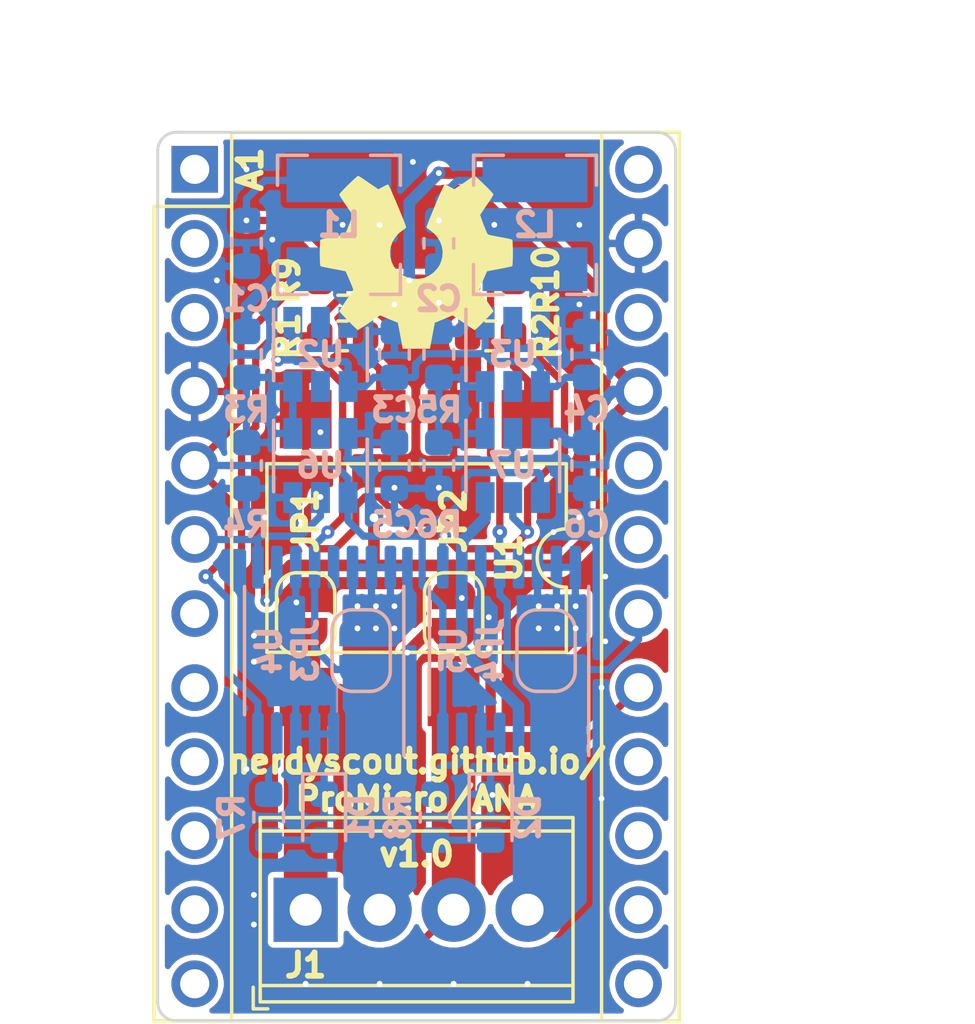
<source format=kicad_pcb>
(kicad_pcb (version 20171130) (host pcbnew 5.1.5)
  (title_block (title ProMicro_ANA) (date 2020-06-01) (rev v1.0) (company https://twitter.com/nerdyscout84) (comment 1 "CERN Open Hardware Licence v1.2 ") (comment 2 http://github.com/nerdyscout/ProMicro))
  (layers (0 F.Cu mixed) (31 B.Cu mixed) (34 B.Paste user) (35 F.Paste user) (36 B.SilkS user) (37 F.SilkS user) (38 B.Mask user) (39 F.Mask user) (44 Edge.Cuts user))
  (net 0 "")
  (net 1 GND)
  (net 2 +3V3)
  (net 3 "Net-(J1-Pad1)")
  (net 4 D3)
  (net 5 D2)
  (net 6 A1)
  (net 7 A0)
  (net 8 "Net-(R5-Pad1)")
  (net 9 "Net-(D1-Pad2)")
  (net 10 "Net-(D2-Pad2)")
  (net 11 "Net-(R7-Pad2)")
  (net 12 "Net-(R8-Pad2)")
  (net 13 "Net-(L1-Pad2)")
  (net 14 "Net-(L2-Pad2)")
  (net 15 "Net-(C3-Pad1)")
  (net 16 "Net-(JP3-Pad2)")
  (net 17 "Net-(JP4-Pad2)")
  (net 18 "Net-(R1-Pad1)")
  (net 19 "Net-(R2-Pad1)")
  (net 20 "Net-(R3-Pad1)")
  (module Module:Sparkfun_Pro_Micro (layer F.Cu) (at 50.8 76.2)
    (fp_text reference A1 (at 1.905 0 90) (layer F.SilkS) (effects (font (size 0.8 0.8) (thickness 0.2))))
    (fp_text value Sparkfun_Pro_Micro_3V3)
    (pad 24 thru_hole oval (at 15.24 0) (size 1.6 1.6) (drill 1) (layers *.Cu *.Mask))
    (pad 23 thru_hole oval (at 15.24 2.54) (size 1.6 1.6) (drill 1) (layers *.Cu *.Mask) (net 1 GND))
    (pad 22 thru_hole oval (at 15.24 5.08) (size 1.6 1.6) (drill 1) (layers *.Cu *.Mask))
    (pad 12 thru_hole oval (at 0 27.94) (size 1.6 1.6) (drill 1) (layers *.Cu *.Mask))
    (pad 21 thru_hole oval (at 15.24 7.62) (size 1.6 1.6) (drill 1) (layers *.Cu *.Mask) (net 2 +3V3))
    (pad 11 thru_hole oval (at 0 25.4) (size 1.6 1.6) (drill 1) (layers *.Cu *.Mask))
    (pad 20 thru_hole oval (at 15.24 10.16) (size 1.6 1.6) (drill 1) (layers *.Cu *.Mask))
    (pad 10 thru_hole oval (at 0 22.86) (size 1.6 1.6) (drill 1) (layers *.Cu *.Mask))
    (pad 19 thru_hole oval (at 15.24 12.7) (size 1.6 1.6) (drill 1) (layers *.Cu *.Mask))
    (pad 9 thru_hole oval (at 0 20.32) (size 1.6 1.6) (drill 1) (layers *.Cu *.Mask))
    (pad 18 thru_hole oval (at 15.24 15.24) (size 1.6 1.6) (drill 1) (layers *.Cu *.Mask) (net 6 A1))
    (pad 8 thru_hole oval (at 0 17.78) (size 1.6 1.6) (drill 1) (layers *.Cu *.Mask))
    (pad 17 thru_hole oval (at 15.24 17.78) (size 1.6 1.6) (drill 1) (layers *.Cu *.Mask) (net 7 A0))
    (pad 7 thru_hole oval (at 0 15.24) (size 1.6 1.6) (drill 1) (layers *.Cu *.Mask))
    (pad 16 thru_hole oval (at 15.24 20.32) (size 1.6 1.6) (drill 1) (layers *.Cu *.Mask))
    (pad 6 thru_hole oval (at 0 12.7) (size 1.6 1.6) (drill 1) (layers *.Cu *.Mask) (net 4 D3))
    (pad 15 thru_hole oval (at 15.24 22.86) (size 1.6 1.6) (drill 1) (layers *.Cu *.Mask))
    (pad 5 thru_hole oval (at 0 10.16) (size 1.6 1.6) (drill 1) (layers *.Cu *.Mask) (net 5 D2))
    (pad 14 thru_hole oval (at 15.24 25.4) (size 1.6 1.6) (drill 1) (layers *.Cu *.Mask))
    (pad 4 thru_hole oval (at 0 7.62) (size 1.6 1.6) (drill 1) (layers *.Cu *.Mask) (net 1 GND))
    (pad 13 thru_hole oval (at 15.24 27.94) (size 1.6 1.6) (drill 1) (layers *.Cu *.Mask))
    (pad 3 thru_hole oval (at 0 5.08) (size 1.6 1.6) (drill 1) (layers *.Cu *.Mask))
    (pad 2 thru_hole oval (at 0 2.54) (size 1.6 1.6) (drill 1) (layers *.Cu *.Mask))
    (pad 1 thru_hole rect (at 0 0) (size 1.6 1.6) (drill 1) (layers *.Cu *.Mask))
  )
  (module Inductor_SMD:L_Bourns-SRN4018 (layer B.Cu) (at 62.484 78.105 270)
    (fp_text reference L2 (at 0 0) (layer B.SilkS) (effects (font (size 0.8 0.8) (thickness 0.2)) (justify mirror)))
    (fp_text value 2.2µ)
    (pad 2 smd rect (at 1.525 0 270) (size 1.5 3.6) (layers B.Cu B.Paste B.Mask) (net 14 "Net-(L2-Pad2)"))
    (pad 1 smd rect (at -1.525 0 270) (size 1.5 3.6) (layers B.Cu B.Paste B.Mask) (net 6 A1))
  )
  (module Inductor_SMD:L_Bourns-SRN4018 (layer B.Cu) (at 55.753 78.105 270)
    (fp_text reference L1 (at 0 0 180) (layer B.SilkS) (effects (font (size 0.8 0.8) (thickness 0.2)) (justify mirror)))
    (fp_text value 2.2µ)
    (pad 2 smd rect (at 1.525 0 270) (size 1.5 3.6) (layers B.Cu B.Paste B.Mask) (net 13 "Net-(L1-Pad2)"))
    (pad 1 smd rect (at -1.525 0 270) (size 1.5 3.6) (layers B.Cu B.Paste B.Mask) (net 7 A0))
  )
  (module Capacitor_SMD:C_0603_1608Metric (layer B.Cu) (at 64.262 82.55 90)
    (fp_text reference C4 (at -1.905 0) (layer B.SilkS) (effects (font (size 0.8 0.8) (thickness 0.2)) (justify mirror)))
    (fp_text value 4.7µ)
    (pad 2 smd roundrect (at 0.7875 0 90) (size 0.875 0.95) (layers B.Cu B.Paste B.Mask) (net 1 GND))
    (pad 1 smd roundrect (at -0.7875 0 90) (size 0.875 0.95) (layers B.Cu B.Paste B.Mask) (net 15 "Net-(C3-Pad1)"))
  )
  (module Capacitor_SMD:C_0603_1608Metric (layer B.Cu) (at 57.658 82.55 90)
    (fp_text reference C3 (at -1.905 0 180) (layer B.SilkS) (effects (font (size 0.8 0.8) (thickness 0.2)) (justify mirror)))
    (fp_text value 4.7µ)
    (pad 2 smd roundrect (at 0.7875 0 90) (size 0.875 0.95) (layers B.Cu B.Paste B.Mask) (net 1 GND))
    (pad 1 smd roundrect (at -0.7875 0 90) (size 0.875 0.95) (layers B.Cu B.Paste B.Mask) (net 15 "Net-(C3-Pad1)"))
  )
  (module Capacitor_SMD:C_0603_1608Metric (layer B.Cu) (at 59.182 78.74 270)
    (fp_text reference C2 (at 1.905 0 180) (layer B.SilkS) (effects (font (size 0.8 0.8) (thickness 0.2)) (justify mirror)))
    (fp_text value 10µ)
    (pad 2 smd roundrect (at 0.7875 0 270) (size 0.875 0.95) (layers B.Cu B.Paste B.Mask) (net 1 GND))
    (pad 1 smd roundrect (at -0.7875 0 270) (size 0.875 0.95) (layers B.Cu B.Paste B.Mask) (net 6 A1))
  )
  (module Capacitor_SMD:C_0603_1608Metric (layer B.Cu) (at 52.578 78.74 270)
    (fp_text reference C1 (at 1.905 0 180) (layer B.SilkS) (effects (font (size 0.8 0.8) (thickness 0.2)) (justify mirror)))
    (fp_text value 10µ)
    (pad 2 smd roundrect (at 0.7875 0 270) (size 0.875 0.95) (layers B.Cu B.Paste B.Mask) (net 1 GND))
    (pad 1 smd roundrect (at -0.7875 0 270) (size 0.875 0.95) (layers B.Cu B.Paste B.Mask) (net 7 A0))
  )
  (module Symbol:OSHW-Symbol_6.7x6mm_SilkScreen (layer F.Cu) (at 58.42 79.375 180)
    (fp_text reference LOGO1 hide)
    (fp_text value Logo_Open_Hardware_Small hide)
  )
  (module Jumper:SolderJumper-2_P1.3mm_Open_RoundedPad1.0x1.5mm (layer B.Cu) (at 62.865 92.71 90)
    (fp_text reference JP4 (at 0 -1.905 90) (layer B.SilkS) (effects (font (size 0.8 0.8) (thickness 0.2)) (justify mirror)))
    (fp_text value Jumper_NO_Small hide)
    (pad 2 smd custom (at 0.65 0 90) (size 1 0.5) (layers B.Cu B.Mask) (net 17 "Net-(JP4-Pad2)") (options (clearance outline) (anchor rect)) (primitives (gr_circle (center 0 -0.25) (end 0.5 -0.25) (width 0)) (gr_circle (center 0 0.25) (end 0.5 0.25) (width 0)) (gr_poly (pts (xy 0 0.75) (xy -0.5 0.75) (xy -0.5 -0.75) (xy 0 -0.75)) (width 0))))
    (pad 1 smd custom (at -0.65 0 90) (size 1 0.5) (layers B.Cu B.Mask) (net 6 A1) (options (clearance outline) (anchor rect)) (primitives (gr_circle (center 0 -0.25) (end 0.5 -0.25) (width 0)) (gr_circle (center 0 0.25) (end 0.5 0.25) (width 0)) (gr_poly (pts (xy 0 0.75) (xy 0.5 0.75) (xy 0.5 -0.75) (xy 0 -0.75)) (width 0))))
  )
  (module Jumper:SolderJumper-2_P1.3mm_Open_RoundedPad1.0x1.5mm (layer B.Cu) (at 56.515 92.71 90)
    (fp_text reference JP3 (at 0 -1.905 90) (layer B.SilkS) (effects (font (size 0.8 0.8) (thickness 0.2)) (justify mirror)))
    (fp_text value Jumper_NO_Small hide)
    (pad 2 smd custom (at 0.65 0 90) (size 1 0.5) (layers B.Cu B.Mask) (net 16 "Net-(JP3-Pad2)") (options (clearance outline) (anchor rect)) (primitives (gr_circle (center 0 -0.25) (end 0.5 -0.25) (width 0)) (gr_circle (center 0 0.25) (end 0.5 0.25) (width 0)) (gr_poly (pts (xy 0 0.75) (xy -0.5 0.75) (xy -0.5 -0.75) (xy 0 -0.75)) (width 0))))
    (pad 1 smd custom (at -0.65 0 90) (size 1 0.5) (layers B.Cu B.Mask) (net 15 "Net-(C3-Pad1)") (options (clearance outline) (anchor rect)) (primitives (gr_circle (center 0 -0.25) (end 0.5 -0.25) (width 0)) (gr_circle (center 0 0.25) (end 0.5 0.25) (width 0)) (gr_poly (pts (xy 0 0.75) (xy 0.5 0.75) (xy 0.5 -0.75) (xy 0 -0.75)) (width 0))))
  )
  (module Jumper:SolderJumper-2_P1.3mm_Open_RoundedPad1.0x1.5mm (layer F.Cu) (at 59.69 91.44 90)
    (fp_text reference JP2 (at 3.175 0 90) (layer F.SilkS) (effects (font (size 0.8 0.8) (thickness 0.2))))
    (fp_text value Jumper_NO_Small hide)
    (pad 2 smd custom (at 0.65 0 90) (size 1 0.5) (layers F.Cu F.Mask) (net 2 +3V3) (options (clearance outline) (anchor rect)) (primitives (gr_circle (center 0 0.25) (end 0.5 0.25) (width 0)) (gr_circle (center 0 -0.25) (end 0.5 -0.25) (width 0)) (gr_poly (pts (xy 0 -0.75) (xy -0.5 -0.75) (xy -0.5 0.75) (xy 0 0.75)) (width 0))))
    (pad 1 smd custom (at -0.65 0 90) (size 1 0.5) (layers F.Cu F.Mask) (net 15 "Net-(C3-Pad1)") (options (clearance outline) (anchor rect)) (primitives (gr_circle (center 0 0.25) (end 0.5 0.25) (width 0)) (gr_circle (center 0 -0.25) (end 0.5 -0.25) (width 0)) (gr_poly (pts (xy 0 -0.75) (xy 0.5 -0.75) (xy 0.5 0.75) (xy 0 0.75)) (width 0))))
  )
  (module Jumper:SolderJumper-2_P1.3mm_Open_RoundedPad1.0x1.5mm (layer F.Cu) (at 54.61 91.44 90)
    (fp_text reference JP1 (at 3.175 0 90) (layer F.SilkS) (effects (font (size 0.8 0.8) (thickness 0.2))))
    (fp_text value Jumper_NO_Small hide)
    (pad 2 smd custom (at 0.65 0 90) (size 1 0.5) (layers F.Cu F.Mask) (net 1 GND) (options (clearance outline) (anchor rect)) (primitives (gr_circle (center 0 0.25) (end 0.5 0.25) (width 0)) (gr_circle (center 0 -0.25) (end 0.5 -0.25) (width 0)) (gr_poly (pts (xy 0 -0.75) (xy -0.5 -0.75) (xy -0.5 0.75) (xy 0 0.75)) (width 0))))
    (pad 1 smd custom (at -0.65 0 90) (size 1 0.5) (layers F.Cu F.Mask) (net 3 "Net-(J1-Pad1)") (options (clearance outline) (anchor rect)) (primitives (gr_circle (center 0 0.25) (end 0.5 0.25) (width 0)) (gr_circle (center 0 -0.25) (end 0.5 -0.25) (width 0)) (gr_poly (pts (xy 0 -0.75) (xy 0.5 -0.75) (xy 0.5 0.75) (xy 0 0.75)) (width 0))))
  )
  (module Package_TO_SOT_SMD:SOT-23-6 (layer B.Cu) (at 61.722 86.36 270)
    (fp_text reference U7 (at 0 0 180) (layer B.SilkS) (effects (font (size 0.8 0.8) (thickness 0.2)) (justify mirror)))
    (fp_text value MCP4725xxx-xCH hide)
    (pad 5 smd rect (at 1.1 0 270) (size 1.06 0.65) (layers B.Cu B.Paste B.Mask) (net 4 D3))
    (pad 6 smd rect (at 1.1 0.95 270) (size 1.06 0.65) (layers B.Cu B.Paste B.Mask) (net 2 +3V3))
    (pad 4 smd rect (at 1.1 -0.95 270) (size 1.06 0.65) (layers B.Cu B.Paste B.Mask) (net 5 D2))
    (pad 3 smd rect (at -1.1 -0.95 270) (size 1.06 0.65) (layers B.Cu B.Paste B.Mask) (net 2 +3V3))
    (pad 2 smd rect (at -1.1 0 270) (size 1.06 0.65) (layers B.Cu B.Paste B.Mask) (net 1 GND))
    (pad 1 smd rect (at -1.1 0.95 270) (size 1.06 0.65) (layers B.Cu B.Paste B.Mask) (net 8 "Net-(R5-Pad1)"))
  )
  (module Package_TO_SOT_SMD:SOT-23-6 (layer B.Cu) (at 55.118 86.36 270)
    (fp_text reference U6 (at 0 0 180) (layer B.SilkS) (effects (font (size 0.8 0.8) (thickness 0.2)) (justify mirror)))
    (fp_text value MCP4725xxx-xCH hide)
    (pad 5 smd rect (at 1.1 0 270) (size 1.06 0.65) (layers B.Cu B.Paste B.Mask) (net 4 D3))
    (pad 6 smd rect (at 1.1 0.95 270) (size 1.06 0.65) (layers B.Cu B.Paste B.Mask) (net 1 GND))
    (pad 4 smd rect (at 1.1 -0.95 270) (size 1.06 0.65) (layers B.Cu B.Paste B.Mask) (net 5 D2))
    (pad 3 smd rect (at -1.1 -0.95 270) (size 1.06 0.65) (layers B.Cu B.Paste B.Mask) (net 2 +3V3))
    (pad 2 smd rect (at -1.1 0 270) (size 1.06 0.65) (layers B.Cu B.Paste B.Mask) (net 1 GND))
    (pad 1 smd rect (at -1.1 0.95 270) (size 1.06 0.65) (layers B.Cu B.Paste B.Mask) (net 20 "Net-(R3-Pad1)"))
  )
  (module Package_TO_SOT_SMD:SOT-23-6 (layer B.Cu) (at 61.722 82.55 270)
    (fp_text reference U3 (at 0 0 180) (layer B.SilkS) (effects (font (size 0.8 0.8) (thickness 0.2)) (justify mirror)))
    (fp_text value TLV62569DDC hide)
    (pad 5 smd rect (at 1.1 0 270) (size 1.06 0.65) (layers B.Cu B.Paste B.Mask))
    (pad 6 smd rect (at 1.1 0.95 270) (size 1.06 0.65) (layers B.Cu B.Paste B.Mask) (net 8 "Net-(R5-Pad1)"))
    (pad 4 smd rect (at 1.1 -0.95 270) (size 1.06 0.65) (layers B.Cu B.Paste B.Mask) (net 15 "Net-(C3-Pad1)"))
    (pad 3 smd rect (at -1.1 -0.95 270) (size 1.06 0.65) (layers B.Cu B.Paste B.Mask) (net 14 "Net-(L2-Pad2)"))
    (pad 2 smd rect (at -1.1 0 270) (size 1.06 0.65) (layers B.Cu B.Paste B.Mask) (net 1 GND))
    (pad 1 smd rect (at -1.1 0.95 270) (size 1.06 0.65) (layers B.Cu B.Paste B.Mask) (net 15 "Net-(C3-Pad1)"))
  )
  (module Package_TO_SOT_SMD:SOT-23-6 (layer B.Cu) (at 55.118 82.55 270)
    (fp_text reference U2 (at 0 0 180) (layer B.SilkS) (effects (font (size 0.8 0.8) (thickness 0.2)) (justify mirror)))
    (fp_text value TLV62569DDC hide)
    (pad 5 smd rect (at 1.1 0 270) (size 1.06 0.65) (layers B.Cu B.Paste B.Mask))
    (pad 6 smd rect (at 1.1 0.95 270) (size 1.06 0.65) (layers B.Cu B.Paste B.Mask) (net 20 "Net-(R3-Pad1)"))
    (pad 4 smd rect (at 1.1 -0.95 270) (size 1.06 0.65) (layers B.Cu B.Paste B.Mask) (net 15 "Net-(C3-Pad1)"))
    (pad 3 smd rect (at -1.1 -0.95 270) (size 1.06 0.65) (layers B.Cu B.Paste B.Mask) (net 13 "Net-(L1-Pad2)"))
    (pad 2 smd rect (at -1.1 0 270) (size 1.06 0.65) (layers B.Cu B.Paste B.Mask) (net 1 GND))
    (pad 1 smd rect (at -1.1 0.95 270) (size 1.06 0.65) (layers B.Cu B.Paste B.Mask) (net 15 "Net-(C3-Pad1)"))
  )
  (module Resistor_SMD:R_0603_1608Metric (layer F.Cu) (at 60.96 80.01 180)
    (fp_text reference R10 (at -1.905 0 90) (layer F.SilkS) (effects (font (size 0.8 0.8) (thickness 0.2))))
    (fp_text value 4k7)
    (pad 2 smd roundrect (at 0.7875 0 180) (size 0.875 0.95) (layers F.Cu F.Paste F.Mask) (net 2 +3V3))
    (pad 1 smd roundrect (at -0.7875 0 180) (size 0.875 0.95) (layers F.Cu F.Paste F.Mask) (net 4 D3))
  )
  (module Resistor_SMD:R_0603_1608Metric (layer F.Cu) (at 55.88 80.01)
    (fp_text reference R9 (at -1.905 0 90) (layer F.SilkS) (effects (font (size 0.8 0.8) (thickness 0.2))))
    (fp_text value 4k7)
    (pad 2 smd roundrect (at 0.7875 0) (size 0.875 0.95) (layers F.Cu F.Paste F.Mask) (net 2 +3V3))
    (pad 1 smd roundrect (at -0.7875 0) (size 0.875 0.95) (layers F.Cu F.Paste F.Mask) (net 5 D2))
  )
  (module Resistor_SMD:R_0603_1608Metric (layer B.Cu) (at 59.182 86.36 90)
    (fp_text reference R6 (at -2.032 0) (layer B.SilkS) (effects (font (size 0.8 0.8) (thickness 0.2)) (justify mirror)))
    (fp_text value 47k)
    (pad 2 smd roundrect (at 0.7875 0 90) (size 0.875 0.95) (layers B.Cu B.Paste B.Mask) (net 8 "Net-(R5-Pad1)"))
    (pad 1 smd roundrect (at -0.7875 0 90) (size 0.875 0.95) (layers B.Cu B.Paste B.Mask) (net 1 GND))
  )
  (module Resistor_SMD:R_0603_1608Metric (layer B.Cu) (at 59.182 82.55 90)
    (fp_text reference R5 (at -1.905 0 180) (layer B.SilkS) (effects (font (size 0.8 0.8) (thickness 0.2)) (justify mirror)))
    (fp_text value 200k)
    (pad 2 smd roundrect (at 0.7875 0 90) (size 0.875 0.95) (layers B.Cu B.Paste B.Mask) (net 14 "Net-(L2-Pad2)"))
    (pad 1 smd roundrect (at -0.7875 0 90) (size 0.875 0.95) (layers B.Cu B.Paste B.Mask) (net 8 "Net-(R5-Pad1)"))
  )
  (module Resistor_SMD:R_0603_1608Metric (layer B.Cu) (at 52.578 86.36 90)
    (fp_text reference R4 (at -2.032 0 180) (layer B.SilkS) (effects (font (size 0.8 0.8) (thickness 0.2)) (justify mirror)))
    (fp_text value 47k)
    (pad 2 smd roundrect (at 0.7875 0 90) (size 0.875 0.95) (layers B.Cu B.Paste B.Mask) (net 20 "Net-(R3-Pad1)"))
    (pad 1 smd roundrect (at -0.7875 0 90) (size 0.875 0.95) (layers B.Cu B.Paste B.Mask) (net 1 GND))
  )
  (module Resistor_SMD:R_0603_1608Metric (layer B.Cu) (at 52.578 82.55 90)
    (fp_text reference R3 (at -1.905 0 180) (layer B.SilkS) (effects (font (size 0.8 0.8) (thickness 0.2)) (justify mirror)))
    (fp_text value 200k)
    (pad 2 smd roundrect (at 0.7875 0 90) (size 0.875 0.95) (layers B.Cu B.Paste B.Mask) (net 13 "Net-(L1-Pad2)"))
    (pad 1 smd roundrect (at -0.7875 0 90) (size 0.875 0.95) (layers B.Cu B.Paste B.Mask) (net 20 "Net-(R3-Pad1)"))
  )
  (module LED_SMD:LED_0603_1608Metric (layer B.Cu) (at 60.96 98.425 270)
    (fp_text reference D2 (at 0 -1.27 270) (layer B.SilkS) (effects (font (size 0.8 0.8) (thickness 0.2)) (justify mirror)))
    (fp_text value LED)
    (pad 2 smd roundrect (at 0.7875 0 270) (size 0.875 0.95) (layers B.Cu B.Paste B.Mask) (net 10 "Net-(D2-Pad2)"))
    (pad 1 smd roundrect (at -0.7875 0 270) (size 0.875 0.95) (layers B.Cu B.Paste B.Mask) (net 1 GND))
  )
  (module LED_SMD:LED_0603_1608Metric (layer B.Cu) (at 55.245 98.425 270)
    (fp_text reference D1 (at 0 -1.27 270) (layer B.SilkS) (effects (font (size 0.8 0.8) (thickness 0.2)) (justify mirror)))
    (fp_text value LED)
    (pad 2 smd roundrect (at 0.7875 0 270) (size 0.875 0.95) (layers B.Cu B.Paste B.Mask) (net 9 "Net-(D1-Pad2)"))
    (pad 1 smd roundrect (at -0.7875 0 270) (size 0.875 0.95) (layers B.Cu B.Paste B.Mask) (net 1 GND))
  )
  (module Resistor_SMD:R_0603_1608Metric (layer B.Cu) (at 59.055 98.425 90)
    (fp_text reference R8 (at 0 -1.27 270) (layer B.SilkS) (effects (font (size 0.8 0.8) (thickness 0.2)) (justify mirror)))
    (fp_text value 220)
    (pad 2 smd roundrect (at 0.7875 0 90) (size 0.875 0.95) (layers B.Cu B.Paste B.Mask) (net 12 "Net-(R8-Pad2)"))
    (pad 1 smd roundrect (at -0.7875 0 90) (size 0.875 0.95) (layers B.Cu B.Paste B.Mask) (net 10 "Net-(D2-Pad2)"))
  )
  (module Resistor_SMD:R_0603_1608Metric (layer B.Cu) (at 53.34 98.425 90)
    (fp_text reference R7 (at 0 -1.27 270) (layer B.SilkS) (effects (font (size 0.8 0.8) (thickness 0.2)) (justify mirror)))
    (fp_text value 220)
    (pad 2 smd roundrect (at 0.7875 0 90) (size 0.875 0.95) (layers B.Cu B.Paste B.Mask) (net 11 "Net-(R7-Pad2)"))
    (pad 1 smd roundrect (at -0.7875 0 90) (size 0.875 0.95) (layers B.Cu B.Paste B.Mask) (net 9 "Net-(D1-Pad2)"))
  )
  (module Resistor_SMD:R_0603_1608Metric (layer F.Cu) (at 60.96 81.915 180)
    (fp_text reference R2 (at -1.905 0 90) (layer F.SilkS) (effects (font (size 0.8 0.8) (thickness 0.2))))
    (fp_text value 220)
    (pad 2 smd roundrect (at 0.7875 0 180) (size 0.875 0.95) (layers F.Cu F.Paste F.Mask) (net 6 A1))
    (pad 1 smd roundrect (at -0.7875 0 180) (size 0.875 0.95) (layers F.Cu F.Paste F.Mask) (net 19 "Net-(R2-Pad1)"))
  )
  (module Resistor_SMD:R_0603_1608Metric (layer F.Cu) (at 55.88 81.915 180)
    (fp_text reference R1 (at 1.905 0 90) (layer F.SilkS) (effects (font (size 0.8 0.8) (thickness 0.2))))
    (fp_text value 220)
    (pad 2 smd roundrect (at 0.7875 0 180) (size 0.875 0.95) (layers F.Cu F.Paste F.Mask) (net 7 A0))
    (pad 1 smd roundrect (at -0.7875 0 180) (size 0.875 0.95) (layers F.Cu F.Paste F.Mask) (net 18 "Net-(R1-Pad1)"))
  )
  (module Capacitor_SMD:C_0603_1608Metric (layer B.Cu) (at 64.262 86.36 270)
    (fp_text reference C6 (at 2.032 0 180) (layer B.SilkS) (effects (font (size 0.8 0.8) (thickness 0.2)) (justify mirror)))
    (fp_text value 100nF)
    (pad 2 smd roundrect (at 0.7875 0 270) (size 0.875 0.95) (layers B.Cu B.Paste B.Mask) (net 1 GND))
    (pad 1 smd roundrect (at -0.7875 0 270) (size 0.875 0.95) (layers B.Cu B.Paste B.Mask) (net 2 +3V3))
  )
  (module Capacitor_SMD:C_0603_1608Metric (layer B.Cu) (at 57.658 86.36 270)
    (fp_text reference C5 (at 2.032 0 180) (layer B.SilkS) (effects (font (size 0.8 0.8) (thickness 0.2)) (justify mirror)))
    (fp_text value 100nF)
    (pad 2 smd roundrect (at 0.7875 0 270) (size 0.875 0.95) (layers B.Cu B.Paste B.Mask) (net 1 GND))
    (pad 1 smd roundrect (at -0.7875 0 270) (size 0.875 0.95) (layers B.Cu B.Paste B.Mask) (net 2 +3V3))
  )
  (module TerminalBlock_Phoenix:TerminalBlock_Phoenix_MPT-0,5-4-2.54_1x04_P2.54mm_Horizontal (layer F.Cu) (at 54.61 101.6)
    (fp_text reference J1 (at 0 1.905) (layer F.SilkS) (effects (font (size 0.8 0.8) (thickness 0.2))))
    (fp_text value Conn_01x04 hide)
    (pad 4 thru_hole circle (at 7.62 0) (size 2.2 2.2) (drill 1.1) (layers *.Cu *.Mask) (net 6 A1))
    (pad 3 thru_hole circle (at 5.08 0) (size 2.2 2.2) (drill 1.1) (layers *.Cu *.Mask) (net 7 A0))
    (pad 2 thru_hole circle (at 2.54 0) (size 2.2 2.2) (drill 1.1) (layers *.Cu *.Mask) (net 15 "Net-(C3-Pad1)"))
    (pad 1 thru_hole rect (at 0 0) (size 2.2 2.2) (drill 1.1) (layers *.Cu *.Mask) (net 3 "Net-(J1-Pad1)"))
  )
  (module Package_SO:TSSOP-16_4.4x5mm_P0.65mm (layer B.Cu) (at 61.595 92.71 90)
    (fp_text reference U5 (at 0 -1.905 270) (layer B.SilkS) (effects (font (size 0.8 0.8) (thickness 0.2)) (justify mirror)))
    (fp_text value INA260)
    (pad 16 smd roundrect (at 2.8625 2.275 90) (size 1.475 0.4) (layers B.Cu B.Paste B.Mask) (net 17 "Net-(JP4-Pad2)"))
    (pad 15 smd roundrect (at 2.8625 1.625 90) (size 1.475 0.4) (layers B.Cu B.Paste B.Mask) (net 17 "Net-(JP4-Pad2)"))
    (pad 14 smd roundrect (at 2.8625 0.975 90) (size 1.475 0.4) (layers B.Cu B.Paste B.Mask) (net 17 "Net-(JP4-Pad2)"))
    (pad 13 smd roundrect (at 2.8625 0.325 90) (size 1.475 0.4) (layers B.Cu B.Paste B.Mask))
    (pad 12 smd roundrect (at 2.8625 -0.325 90) (size 1.475 0.4) (layers B.Cu B.Paste B.Mask) (net 6 A1))
    (pad 11 smd roundrect (at 2.8625 -0.975 90) (size 1.475 0.4) (layers B.Cu B.Paste B.Mask) (net 1 GND))
    (pad 10 smd roundrect (at 2.8625 -1.625 90) (size 1.475 0.4) (layers B.Cu B.Paste B.Mask) (net 2 +3V3))
    (pad 9 smd roundrect (at 2.8625 -2.275 90) (size 1.475 0.4) (layers B.Cu B.Paste B.Mask) (net 4 D3))
    (pad 8 smd roundrect (at -2.8625 -2.275 90) (size 1.475 0.4) (layers B.Cu B.Paste B.Mask) (net 5 D2))
    (pad 7 smd roundrect (at -2.8625 -1.625 90) (size 1.475 0.4) (layers B.Cu B.Paste B.Mask) (net 12 "Net-(R8-Pad2)"))
    (pad 6 smd roundrect (at -2.8625 -0.975 90) (size 1.475 0.4) (layers B.Cu B.Paste B.Mask) (net 1 GND))
    (pad 5 smd roundrect (at -2.8625 -0.325 90) (size 1.475 0.4) (layers B.Cu B.Paste B.Mask) (net 1 GND))
    (pad 4 smd roundrect (at -2.8625 0.325 90) (size 1.475 0.4) (layers B.Cu B.Paste B.Mask) (net 2 +3V3))
    (pad 3 smd roundrect (at -2.8625 0.975 90) (size 1.475 0.4) (layers B.Cu B.Paste B.Mask) (net 6 A1))
    (pad 2 smd roundrect (at -2.8625 1.625 90) (size 1.475 0.4) (layers B.Cu B.Paste B.Mask) (net 6 A1))
    (pad 1 smd roundrect (at -2.8625 2.275 90) (size 1.475 0.4) (layers B.Cu B.Paste B.Mask) (net 6 A1))
  )
  (module Package_SO:TSSOP-16_4.4x5mm_P0.65mm (layer B.Cu) (at 55.245 92.71 90)
    (fp_text reference U4 (at 0 -1.905 270) (layer B.SilkS) (effects (font (size 0.8 0.8) (thickness 0.2)) (justify mirror)))
    (fp_text value INA260)
    (pad 16 smd roundrect (at 2.8625 2.275 90) (size 1.475 0.4) (layers B.Cu B.Paste B.Mask) (net 16 "Net-(JP3-Pad2)"))
    (pad 15 smd roundrect (at 2.8625 1.625 90) (size 1.475 0.4) (layers B.Cu B.Paste B.Mask) (net 16 "Net-(JP3-Pad2)"))
    (pad 14 smd roundrect (at 2.8625 0.975 90) (size 1.475 0.4) (layers B.Cu B.Paste B.Mask) (net 16 "Net-(JP3-Pad2)"))
    (pad 13 smd roundrect (at 2.8625 0.325 90) (size 1.475 0.4) (layers B.Cu B.Paste B.Mask))
    (pad 12 smd roundrect (at 2.8625 -0.325 90) (size 1.475 0.4) (layers B.Cu B.Paste B.Mask) (net 15 "Net-(C3-Pad1)"))
    (pad 11 smd roundrect (at 2.8625 -0.975 90) (size 1.475 0.4) (layers B.Cu B.Paste B.Mask) (net 1 GND))
    (pad 10 smd roundrect (at 2.8625 -1.625 90) (size 1.475 0.4) (layers B.Cu B.Paste B.Mask) (net 2 +3V3))
    (pad 9 smd roundrect (at 2.8625 -2.275 90) (size 1.475 0.4) (layers B.Cu B.Paste B.Mask) (net 4 D3))
    (pad 8 smd roundrect (at -2.8625 -2.275 90) (size 1.475 0.4) (layers B.Cu B.Paste B.Mask) (net 5 D2))
    (pad 7 smd roundrect (at -2.8625 -1.625 90) (size 1.475 0.4) (layers B.Cu B.Paste B.Mask) (net 11 "Net-(R7-Pad2)"))
    (pad 6 smd roundrect (at -2.8625 -0.975 90) (size 1.475 0.4) (layers B.Cu B.Paste B.Mask) (net 1 GND))
    (pad 5 smd roundrect (at -2.8625 -0.325 90) (size 1.475 0.4) (layers B.Cu B.Paste B.Mask) (net 1 GND))
    (pad 4 smd roundrect (at -2.8625 0.325 90) (size 1.475 0.4) (layers B.Cu B.Paste B.Mask) (net 1 GND))
    (pad 3 smd roundrect (at -2.8625 0.975 90) (size 1.475 0.4) (layers B.Cu B.Paste B.Mask) (net 15 "Net-(C3-Pad1)"))
    (pad 2 smd roundrect (at -2.8625 1.625 90) (size 1.475 0.4) (layers B.Cu B.Paste B.Mask) (net 15 "Net-(C3-Pad1)"))
    (pad 1 smd roundrect (at -2.8625 2.275 90) (size 1.475 0.4) (layers B.Cu B.Paste B.Mask) (net 15 "Net-(C3-Pad1)"))
  )
  (module Package_DIP:SMDIP-8_W9.53mm (layer F.Cu) (at 58.42 89.535 270)
    (fp_text reference U1 (at 0 -3.175 90) (layer F.SilkS) (effects (font (size 0.8 0.8) (thickness 0.2))))
    (fp_text value LTV-827S)
    (pad 8 smd rect (at 4.765 -3.81 270) (size 2 1.78) (layers F.Cu F.Paste F.Mask) (net 17 "Net-(JP4-Pad2)"))
    (pad 4 smd rect (at -4.765 3.81 270) (size 2 1.78) (layers F.Cu F.Paste F.Mask) (net 1 GND))
    (pad 7 smd rect (at 4.765 -1.27 270) (size 2 1.78) (layers F.Cu F.Paste F.Mask) (net 7 A0))
    (pad 3 smd rect (at -4.765 1.27 270) (size 2 1.78) (layers F.Cu F.Paste F.Mask) (net 18 "Net-(R1-Pad1)"))
    (pad 6 smd rect (at 4.765 1.27 270) (size 2 1.78) (layers F.Cu F.Paste F.Mask) (net 16 "Net-(JP3-Pad2)"))
    (pad 2 smd rect (at -4.765 -1.27 270) (size 2 1.78) (layers F.Cu F.Paste F.Mask) (net 1 GND))
    (pad 5 smd rect (at 4.765 3.81 270) (size 2 1.78) (layers F.Cu F.Paste F.Mask) (net 3 "Net-(J1-Pad1)"))
    (pad 1 smd rect (at -4.765 -3.81 270) (size 2 1.78) (layers F.Cu F.Paste F.Mask) (net 19 "Net-(R2-Pad1)"))
  )
  (gr_text v1.0 (at 58.42 99.695) (layer F.SilkS) (effects (font (size 0.8 0.8) (thickness 0.2))))
  (gr_text "nerdyscout.github.io/\nProMicro/ANA" (at 58.42 97.155) (layer F.SilkS) (effects (font (size 0.8 0.8) (thickness 0.2))))
  (gr_arc (start 50.165 104.775) (end 49.53 104.775) (angle -90) (layer Edge.Cuts) (width 0.1))
  (gr_arc (start 66.675 104.775) (end 66.675 105.41) (angle -90) (layer Edge.Cuts) (width 0.1))
  (gr_arc (start 66.675 75.565) (end 67.31 75.565) (angle -90) (layer Edge.Cuts) (width 0.1))
  (gr_arc (start 50.165 75.565) (end 50.165 74.93) (angle -90) (layer Edge.Cuts) (width 0.1))
  (gr_line (start 49.53 104.775) (end 49.53 75.565) (layer Edge.Cuts) (width 0.1))
  (gr_line (start 66.675 105.41) (end 50.165 105.41) (layer Edge.Cuts) (width 0.1))
  (gr_line (start 67.31 75.565) (end 67.31 104.775) (layer Edge.Cuts) (width 0.1))
  (gr_line (start 50.165 74.93) (end 66.675 74.93) (layer Edge.Cuts) (width 0.1))
  (via (at 54.2925 91.059) (size 0.45) (drill 0.2) (layers F.Cu B.Cu) (net 1))
  (via (at 61.0235 97.663) (size 0.45) (drill 0.2) (layers F.Cu B.Cu) (net 1))
  (via (at 57.658 87.122) (size 0.5) (drill 0.2) (layers F.Cu B.Cu) (net 1))
  (via (at 59.182 87.122) (size 0.5) (drill 0.2) (layers F.Cu B.Cu) (net 1))
  (via (at 55.118 85.217) (size 0.5) (drill 0.2) (layers F.Cu B.Cu) (net 1))
  (via (at 54.61 104.14) (size 0.5) (drill 0.2) (layers F.Cu B.Cu) (net 1))
  (via (at 62.23 104.14) (size 0.5) (drill 0.2) (layers F.Cu B.Cu) (net 1))
  (via (at 59.69 104.14) (size 0.5) (drill 0.2) (layers F.Cu B.Cu) (net 1))
  (via (at 57.15 104.14) (size 0.5) (drill 0.2) (layers F.Cu B.Cu) (net 1))
  (via (at 53.213 88.138) (size 0.45) (drill 0.2) (layers F.Cu B.Cu) (net 1))
  (via (at 57.658 80.8355) (size 0.45) (drill 0.2) (layers F.Cu B.Cu) (net 1))
  (via (at 60.8965 91.567) (size 0.45) (drill 0.2) (layers F.Cu B.Cu) (net 1))
  (via (at 64.897 92.3925) (size 0.45) (drill 0.2) (layers F.Cu B.Cu) (net 1))
  (via (at 64.77 93.98) (size 0.45) (drill 0.2) (layers F.Cu B.Cu) (net 1))
  (via (at 60.8965 92.6465) (size 0.45) (drill 0.2) (layers F.Cu B.Cu) (net 1))
  (via (at 59.182 80.772) (size 0.45) (drill 0.2) (layers F.Cu B.Cu) (net 1))
  (via (at 53.467 78.613) (size 0.45) (drill 0.2) (layers F.Cu B.Cu) (net 1))
  (via (at 61.087 78.105) (size 0.45) (drill 0.2) (layers F.Cu B.Cu) (net 1))
  (via (at 63.119 88.646) (size 0.45) (drill 0.2) (layers F.Cu B.Cu) (net 1))
  (via (at 64.008 80.8355) (size 0.45) (drill 0.2) (layers F.Cu B.Cu) (net 1))
  (via (at 64.008 88.138) (size 0.45) (drill 0.2) (layers F.Cu B.Cu) (net 1))
  (via (at 64.897 90.17) (size 0.45) (drill 0.2) (layers F.Cu B.Cu) (net 1))
  (via (at 64.77 97.79) (size 0.45) (drill 0.2) (layers F.Cu B.Cu) (net 1))
  (via (at 51.562 80.01) (size 0.45) (drill 0.2) (layers F.Cu B.Cu) (net 1))
  (via (at 57.15 78.105) (size 0.45) (drill 0.2) (layers F.Cu B.Cu) (net 1))
  (via (at 55.88 78.105) (size 0.45) (drill 0.2) (layers F.Cu B.Cu) (net 1))
  (via (at 58.293 75.946) (size 0.45) (drill 0.2) (layers F.Cu B.Cu) (net 1))
  (via (at 64.008 78.105) (size 0.45) (drill 0.2) (layers F.Cu B.Cu) (net 1))
  (via (at 52.578 76.2) (size 0.45) (drill 0.2) (layers F.Cu B.Cu) (net 1))
  (via (at 52.832 93.091) (size 0.45) (drill 0.2) (layers F.Cu B.Cu) (net 1))
  (via (at 52.832 102.108) (size 0.5) (drill 0.2) (layers F.Cu B.Cu) (net 1))
  (via (at 52.832 92.202) (size 0.45) (drill 0.2) (layers F.Cu B.Cu) (net 1))
  (via (at 63.3095 82.4865) (size 0.45) (drill 0.2) (layers F.Cu B.Cu) (net 1))
  (via (at 52.832 101.092) (size 0.5) (drill 0.2) (layers F.Cu B.Cu) (net 1))
  (via (at 52.578 96.774) (size 0.45) (drill 0.2) (layers F.Cu B.Cu) (net 1))
  (segment (start 63.7285 85.5725) (end 64.262 85.5725) (width 0.4) (layer B.Cu) (net 2))
  (segment (start 63.6015 85.5725) (end 63.7285 85.5725) (width 0.4) (layer B.Cu) (net 2))
  (segment (start 63.289 85.26) (end 63.6015 85.5725) (width 0.4) (layer B.Cu) (net 2))
  (segment (start 62.672 85.26) (end 63.289 85.26) (width 0.4) (layer B.Cu) (net 2))
  (segment (start 56.6675 80.01) (end 58.42 80.01) (width 0.4) (layer F.Cu) (net 2))
  (segment (start 60.1725 80.01) (end 58.42 80.01) (width 0.4) (layer F.Cu) (net 2))
  (segment (start 59.97 90.906) (end 59.97 89.8475) (width 0.4) (layer B.Cu) (net 2))
  (segment (start 61.92 94.6225) (end 59.97 92.6725) (width 0.4) (layer B.Cu) (net 2))
  (segment (start 59.97 92.6725) (end 59.97 90.906) (width 0.4) (layer B.Cu) (net 2))
  (segment (start 61.92 95.5725) (end 61.92 94.6225) (width 0.4) (layer B.Cu) (net 2))
  (segment (start 64.77 85.09) (end 66.04 83.82) (width 0.4) (layer F.Cu) (net 2))
  (segment (start 64.77 88.392) (end 64.77 85.09) (width 0.4) (layer F.Cu) (net 2))
  (segment (start 63.373 89.789) (end 64.77 88.392) (width 0.4) (layer F.Cu) (net 2))
  (segment (start 59.69 89.789) (end 63.373 89.789) (width 0.4) (layer F.Cu) (net 2))
  (segment (start 59.69 90.79) (end 59.69 89.789) (width 0.4) (layer F.Cu) (net 2))
  (segment (start 59.97 90.906) (end 59.97 90.906) (width 0.4) (layer B.Cu) (net 2))
  (via (at 59.97 90.906) (size 0.45) (drill 0.2) (layers F.Cu B.Cu) (net 2))
  (via (at 58.166 80.01) (size 0.45) (drill 0.2) (layers F.Cu B.Cu) (net 2))
  (via (at 59.182 76.327) (size 0.45) (drill 0.2) (layers F.Cu B.Cu) (net 2))
  (segment (start 59.500198 76.327) (end 59.182 76.327) (width 0.4) (layer F.Cu) (net 2))
  (segment (start 66.04 83.82) (end 64.77 82.55) (width 0.4) (layer F.Cu) (net 2))
  (segment (start 64.77 82.55) (end 64.77 80.48625) (width 0.4) (layer F.Cu) (net 2))
  (segment (start 64.77 80.48625) (end 60.61075 76.327) (width 0.4) (layer F.Cu) (net 2))
  (segment (start 58.166 77.343) (end 58.166 80.01) (width 0.4) (layer B.Cu) (net 2))
  (segment (start 60.61075 76.327) (end 59.500198 76.327) (width 0.4) (layer F.Cu) (net 2))
  (segment (start 59.182 76.327) (end 58.166 77.343) (width 0.4) (layer B.Cu) (net 2))
  (segment (start 65.151 83.82) (end 66.04 83.82) (width 0.4) (layer B.Cu) (net 2))
  (segment (start 64.262 85.5725) (end 64.262 84.709) (width 0.4) (layer B.Cu) (net 2))
  (segment (start 64.262 84.709) (end 65.151 83.82) (width 0.4) (layer B.Cu) (net 2))
  (segment (start 60.772 87.46) (end 60.772 88.161438) (width 0.4) (layer B.Cu) (net 2))
  (segment (start 60.004522 89.075478) (end 59.97 89.11) (width 0.4) (layer B.Cu) (net 2))
  (segment (start 60.004522 88.928916) (end 60.004522 89.075478) (width 0.4) (layer B.Cu) (net 2))
  (segment (start 60.772 88.161438) (end 60.004522 88.928916) (width 0.4) (layer B.Cu) (net 2))
  (segment (start 59.97 89.11) (end 59.97 89.8475) (width 0.4) (layer B.Cu) (net 2))
  (via (at 56.955011 88.153912) (size 0.6) (drill 0.3) (layers F.Cu B.Cu) (net 2))
  (segment (start 56.955011 88.578176) (end 56.955011 88.153912) (width 0.4) (layer F.Cu) (net 2))
  (segment (start 56.955011 89.784511) (end 56.955011 88.578176) (width 0.4) (layer F.Cu) (net 2))
  (segment (start 56.9595 89.789) (end 56.955011 89.784511) (width 0.4) (layer F.Cu) (net 2))
  (via (at 53.2765 90.995506) (size 0.45) (drill 0.2) (layers F.Cu B.Cu) (net 2))
  (segment (start 53.501499 90.770507) (end 53.2765 90.995506) (width 0.4) (layer B.Cu) (net 2))
  (segment (start 59.69 89.789) (end 54.089921 89.789) (width 0.4) (layer F.Cu) (net 2))
  (segment (start 54.089921 89.789) (end 53.2765 90.602421) (width 0.4) (layer F.Cu) (net 2))
  (segment (start 53.2765 90.602421) (end 53.2765 90.677308) (width 0.4) (layer F.Cu) (net 2))
  (segment (start 53.2765 90.677308) (end 53.2765 90.995506) (width 0.4) (layer F.Cu) (net 2))
  (segment (start 53.62 89.8475) (end 53.62 90.652006) (width 0.4) (layer B.Cu) (net 2))
  (segment (start 53.62 90.652006) (end 53.501499 90.770507) (width 0.4) (layer B.Cu) (net 2))
  (segment (start 54.61 100.25) (end 54.61 101.6) (width 1.5) (layer F.Cu) (net 3))
  (segment (start 54.61 94.3) (end 54.61 100.25) (width 1.5) (layer F.Cu) (net 3))
  (segment (start 54.61 92.09) (end 54.61 94.361) (width 1) (layer F.Cu) (net 3))
  (segment (start 50.8 88.9) (end 52.7685 88.9) (width 0.25) (layer B.Cu) (net 4))
  (segment (start 52.959 89.8365) (end 52.97 89.8475) (width 0.25) (layer B.Cu) (net 4))
  (segment (start 52.959 88.9) (end 52.959 89.8365) (width 0.25) (layer B.Cu) (net 4))
  (segment (start 52.7685 88.9) (end 52.959 88.9) (width 0.25) (layer B.Cu) (net 4))
  (via (at 62.229972 88.646) (size 0.45) (drill 0.2) (layers F.Cu B.Cu) (net 4))
  (segment (start 61.722 88.138028) (end 62.229972 88.646) (width 0.25) (layer B.Cu) (net 4))
  (segment (start 61.722 87.46) (end 61.722 88.138028) (width 0.25) (layer B.Cu) (net 4))
  (segment (start 53.07401 88.78499) (end 54.429008 88.78499) (width 0.25) (layer B.Cu) (net 4))
  (segment (start 52.959 88.9) (end 53.07401 88.78499) (width 0.25) (layer B.Cu) (net 4))
  (segment (start 54.429008 88.78499) (end 55.118 88.095998) (width 0.25) (layer B.Cu) (net 4))
  (segment (start 55.118 88.095998) (end 55.118 87.46) (width 0.25) (layer B.Cu) (net 4))
  (via (at 59.380141 88.781191) (size 0.45) (drill 0.2) (layers F.Cu B.Cu) (net 4))
  (segment (start 62.229972 88.646) (end 61.658472 89.2175) (width 0.25) (layer F.Cu) (net 4))
  (segment (start 59.60514 89.00619) (end 59.380141 88.781191) (width 0.25) (layer F.Cu) (net 4))
  (segment (start 61.658472 89.2175) (end 59.81645 89.2175) (width 0.25) (layer F.Cu) (net 4))
  (segment (start 59.81645 89.2175) (end 59.60514 89.00619) (width 0.25) (layer F.Cu) (net 4))
  (segment (start 59.32 89.8475) (end 59.32 88.841332) (width 0.25) (layer B.Cu) (net 4))
  (segment (start 59.32 88.841332) (end 59.380141 88.781191) (width 0.25) (layer B.Cu) (net 4))
  (via (at 55.118 87.439476) (size 0.5) (drill 0.2) (layers F.Cu B.Cu) (net 4))
  (segment (start 54.6735 88.9635) (end 54.6735 87.883976) (width 0.25) (layer F.Cu) (net 4))
  (segment (start 55.118 87.46) (end 55.118 87.439476) (width 0.25) (layer B.Cu) (net 4))
  (segment (start 59.380141 88.781191) (end 58.466189 88.781191) (width 0.25) (layer F.Cu) (net 4))
  (segment (start 58.466189 88.781191) (end 57.124498 87.4395) (width 0.25) (layer F.Cu) (net 4))
  (segment (start 56.330011 88.513489) (end 55.626 89.2175) (width 0.25) (layer F.Cu) (net 4))
  (segment (start 57.124498 87.4395) (end 56.643411 87.4395) (width 0.25) (layer F.Cu) (net 4))
  (segment (start 56.330011 87.7529) (end 56.330011 88.513489) (width 0.25) (layer F.Cu) (net 4))
  (segment (start 56.643411 87.4395) (end 56.330011 87.7529) (width 0.25) (layer F.Cu) (net 4))
  (segment (start 54.868001 87.689475) (end 55.118 87.439476) (width 0.25) (layer F.Cu) (net 4))
  (segment (start 55.626 89.2175) (end 54.9275 89.2175) (width 0.25) (layer F.Cu) (net 4))
  (segment (start 54.9275 89.2175) (end 54.6735 88.9635) (width 0.25) (layer F.Cu) (net 4))
  (segment (start 54.6735 87.883976) (end 54.868001 87.689475) (width 0.25) (layer F.Cu) (net 4))
  (segment (start 63.5 83.566) (end 63.5 85.9155) (width 0.25) (layer F.Cu) (net 4))
  (segment (start 62.229972 87.185528) (end 62.229972 88.646) (width 0.25) (layer F.Cu) (net 4))
  (segment (start 63.5 85.9155) (end 62.229972 87.185528) (width 0.25) (layer F.Cu) (net 4))
  (segment (start 62.652 80.3685) (end 62.652 82.718) (width 0.25) (layer F.Cu) (net 4))
  (segment (start 62.2935 80.01) (end 62.652 80.3685) (width 0.25) (layer F.Cu) (net 4))
  (segment (start 62.652 82.718) (end 63.5 83.566) (width 0.25) (layer F.Cu) (net 4))
  (segment (start 61.7475 80.01) (end 62.2935 80.01) (width 0.25) (layer F.Cu) (net 4))
  (segment (start 58.801 90.678) (end 59.32 91.197) (width 0.25) (layer B.Cu) (net 5))
  (segment (start 58.801 90.667058) (end 58.801 90.678) (width 0.25) (layer B.Cu) (net 5))
  (segment (start 58.6105 90.476558) (end 58.801 90.667058) (width 0.25) (layer B.Cu) (net 5))
  (segment (start 58.6105 88.78499) (end 58.6105 90.476558) (width 0.25) (layer B.Cu) (net 5))
  (segment (start 59.32 91.197) (end 59.32 95.5725) (width 0.25) (layer B.Cu) (net 5))
  (segment (start 56.593952 88.78499) (end 58.6105 88.78499) (width 0.25) (layer B.Cu) (net 5))
  (segment (start 56.068 88.259038) (end 56.593952 88.78499) (width 0.25) (layer B.Cu) (net 5))
  (segment (start 56.068 87.46) (end 56.068 88.259038) (width 0.25) (layer B.Cu) (net 5))
  (segment (start 55.626 86.36) (end 51.93137 86.36) (width 0.25) (layer B.Cu) (net 5))
  (segment (start 51.93137 86.36) (end 50.8 86.36) (width 0.25) (layer B.Cu) (net 5))
  (segment (start 56.068 86.802) (end 55.626 86.36) (width 0.25) (layer B.Cu) (net 5))
  (segment (start 56.068 87.46) (end 56.068 86.802) (width 0.25) (layer B.Cu) (net 5))
  (segment (start 52.3875 84.7725) (end 50.8 86.36) (width 0.25) (layer F.Cu) (net 5))
  (segment (start 52.3875 82.042) (end 52.3875 84.7725) (width 0.25) (layer F.Cu) (net 5))
  (segment (start 54.4195 80.01) (end 52.3875 82.042) (width 0.25) (layer F.Cu) (net 5))
  (segment (start 55.0925 80.01) (end 54.4195 80.01) (width 0.25) (layer F.Cu) (net 5))
  (via (at 51.181 90.17) (size 0.5) (drill 0.2) (layers F.Cu B.Cu) (net 5))
  (segment (start 51.430999 89.920001) (end 51.181 90.17) (width 0.25) (layer F.Cu) (net 5))
  (segment (start 50.8 86.36) (end 51.955858 87.515858) (width 0.25) (layer F.Cu) (net 5))
  (segment (start 51.430999 89.918591) (end 51.430999 89.920001) (width 0.25) (layer F.Cu) (net 5))
  (segment (start 51.955858 87.515858) (end 51.955858 89.393732) (width 0.25) (layer F.Cu) (net 5))
  (segment (start 51.955858 89.393732) (end 51.430999 89.918591) (width 0.25) (layer F.Cu) (net 5))
  (segment (start 51.943 90.932) (end 51.430999 90.419999) (width 0.25) (layer B.Cu) (net 5))
  (segment (start 51.943 93.472) (end 51.943 90.932) (width 0.25) (layer B.Cu) (net 5))
  (segment (start 51.430999 90.419999) (end 51.181 90.17) (width 0.25) (layer B.Cu) (net 5))
  (segment (start 52.97 94.499) (end 51.943 93.472) (width 0.25) (layer B.Cu) (net 5))
  (segment (start 52.97 95.5725) (end 52.97 94.499) (width 0.25) (layer B.Cu) (net 5))
  (segment (start 62.672 86.68) (end 62.672 87.46) (width 0.25) (layer B.Cu) (net 5))
  (segment (start 62.596999 86.604999) (end 62.672 86.68) (width 0.25) (layer B.Cu) (net 5))
  (segment (start 59.182 88.2015) (end 59.3725 88.2015) (width 0.25) (layer B.Cu) (net 5))
  (segment (start 60.270501 86.604999) (end 62.596999 86.604999) (width 0.25) (layer B.Cu) (net 5))
  (segment (start 60.071 86.8045) (end 60.270501 86.604999) (width 0.25) (layer B.Cu) (net 5))
  (segment (start 60.071 87.503) (end 60.071 86.8045) (width 0.25) (layer B.Cu) (net 5))
  (segment (start 59.3725 88.2015) (end 60.071 87.503) (width 0.25) (layer B.Cu) (net 5))
  (segment (start 58.6105 88.773) (end 59.182 88.2015) (width 0.25) (layer B.Cu) (net 5))
  (segment (start 58.6105 88.78499) (end 58.6105 88.773) (width 0.25) (layer B.Cu) (net 5))
  (segment (start 60.434 76.58) (end 60.433 76.581) (width 0.25) (layer B.Cu) (net 6))
  (segment (start 62.484 76.58) (end 60.434 76.58) (width 0.25) (layer B.Cu) (net 6))
  (segment (start 59.818 76.58) (end 60.434 76.58) (width 0.25) (layer B.Cu) (net 6))
  (segment (start 59.182 77.216) (end 59.818 76.58) (width 0.25) (layer B.Cu) (net 6))
  (segment (start 59.182 77.9525) (end 59.182 77.9525) (width 0.25) (layer B.Cu) (net 6))
  (segment (start 59.182 77.9525) (end 59.182 77.216) (width 0.25) (layer B.Cu) (net 6))
  (via (at 59.182 77.9525) (size 0.5) (drill 0.2) (layers F.Cu B.Cu) (net 6))
  (segment (start 60.96 81.915) (end 60.198 81.915) (width 0.25) (layer F.Cu) (net 6))
  (segment (start 61.2775 89.855) (end 61.27 89.8475) (width 0.25) (layer B.Cu) (net 6))
  (segment (start 61.2775 90.805) (end 61.2775 89.855) (width 0.25) (layer B.Cu) (net 6))
  (segment (start 61.5315 91.059) (end 61.2775 90.805) (width 0.25) (layer B.Cu) (net 6))
  (segment (start 61.5315 93.091) (end 61.5315 91.059) (width 0.25) (layer B.Cu) (net 6))
  (segment (start 61.8005 93.36) (end 61.5315 93.091) (width 0.25) (layer B.Cu) (net 6))
  (segment (start 62.865 93.36) (end 61.8005 93.36) (width 0.25) (layer B.Cu) (net 6))
  (segment (start 66.04 92.329) (end 66.04 91.44) (width 0.25) (layer B.Cu) (net 6))
  (segment (start 65.009 93.36) (end 66.04 92.329) (width 0.25) (layer B.Cu) (net 6))
  (segment (start 62.865 93.36) (end 65.009 93.36) (width 0.25) (layer B.Cu) (net 6))
  (via (at 61.2775 88.64249) (size 0.5) (drill 0.2) (layers F.Cu B.Cu) (net 6))
  (segment (start 61.27 89.8475) (end 61.27 88.64999) (width 0.25) (layer B.Cu) (net 6))
  (segment (start 61.27 88.64999) (end 61.2775 88.64249) (width 0.25) (layer B.Cu) (net 6))
  (segment (start 61.2775 86.2965) (end 61.2775 88.64249) (width 0.25) (layer F.Cu) (net 6))
  (segment (start 60.96 85.979) (end 61.2775 86.2965) (width 0.25) (layer F.Cu) (net 6))
  (segment (start 60.96 79.2555) (end 60.96 85.979) (width 0.25) (layer F.Cu) (net 6))
  (segment (start 59.657 77.9525) (end 60.96 79.2555) (width 0.25) (layer F.Cu) (net 6))
  (segment (start 59.182 77.9525) (end 59.657 77.9525) (width 0.25) (layer F.Cu) (net 6))
  (segment (start 66.04 93.98) (end 63.5 96.52) (width 0.25) (layer F.Cu) (net 7))
  (segment (start 63.5 96.52) (end 61.341 96.52) (width 0.25) (layer F.Cu) (net 7))
  (segment (start 59.69 96.52) (end 59.69 101.6) (width 1.5) (layer F.Cu) (net 7))
  (segment (start 59.69 94.3) (end 59.69 96.52) (width 1.5) (layer F.Cu) (net 7))
  (segment (start 61.341 96.52) (end 59.69 96.52) (width 0.25) (layer F.Cu) (net 7))
  (segment (start 53.213 76.581) (end 55.626 76.581) (width 0.25) (layer B.Cu) (net 7))
  (segment (start 52.578 77.216) (end 53.213 76.581) (width 0.25) (layer B.Cu) (net 7))
  (segment (start 52.578 77.9525) (end 52.578 77.9525) (width 0.25) (layer B.Cu) (net 7))
  (segment (start 52.578 77.9525) (end 52.578 77.216) (width 0.25) (layer B.Cu) (net 7))
  (via (at 52.578 77.9525) (size 0.5) (drill 0.2) (layers F.Cu B.Cu) (net 7))
  (segment (start 55.88 79.553506) (end 54.278994 77.9525) (width 0.25) (layer F.Cu) (net 7))
  (segment (start 53.053 77.9525) (end 52.578 77.9525) (width 0.25) (layer F.Cu) (net 7))
  (segment (start 54.278994 77.9525) (end 53.053 77.9525) (width 0.25) (layer F.Cu) (net 7))
  (segment (start 55.0925 81.915) (end 55.0925 81.3055) (width 0.25) (layer F.Cu) (net 7))
  (segment (start 55.88 80.518) (end 55.88 79.553506) (width 0.25) (layer F.Cu) (net 7))
  (segment (start 55.0925 81.3055) (end 55.88 80.518) (width 0.25) (layer F.Cu) (net 7))
  (segment (start 52.8955 82.55) (end 53.5305 81.915) (width 0.25) (layer F.Cu) (net 7))
  (segment (start 52.8955 85.0265) (end 52.8955 82.55) (width 0.25) (layer F.Cu) (net 7))
  (segment (start 54.655 81.915) (end 55.0925 81.915) (width 0.25) (layer F.Cu) (net 7))
  (segment (start 52.408999 85.513001) (end 52.8955 85.0265) (width 0.25) (layer F.Cu) (net 7))
  (segment (start 52.408999 89.577001) (end 52.408999 85.513001) (width 0.25) (layer F.Cu) (net 7))
  (segment (start 51.943 90.043) (end 52.408999 89.577001) (width 0.25) (layer F.Cu) (net 7))
  (segment (start 51.943 102.362) (end 51.943 90.043) (width 0.25) (layer F.Cu) (net 7))
  (segment (start 52.6415 103.0605) (end 51.943 102.362) (width 0.25) (layer F.Cu) (net 7))
  (segment (start 58.2295 103.0605) (end 52.6415 103.0605) (width 0.25) (layer F.Cu) (net 7))
  (segment (start 53.5305 81.915) (end 54.655 81.915) (width 0.25) (layer F.Cu) (net 7))
  (segment (start 59.69 101.6) (end 58.2295 103.0605) (width 0.25) (layer F.Cu) (net 7))
  (segment (start 55.245 99.2125) (end 54.2545 99.2125) (width 0.25) (layer B.Cu) (net 9))
  (segment (start 53.34 99.2125) (end 54.2545 99.2125) (width 0.25) (layer B.Cu) (net 9))
  (segment (start 59.055 99.2125) (end 59.7915 99.2125) (width 0.25) (layer B.Cu) (net 10))
  (segment (start 60.96 99.2125) (end 59.7915 99.2125) (width 0.25) (layer B.Cu) (net 10))
  (segment (start 53.34 96.901) (end 53.34 97.6375) (width 0.25) (layer B.Cu) (net 11))
  (segment (start 53.62 96.621) (end 53.34 96.901) (width 0.25) (layer B.Cu) (net 11))
  (segment (start 53.62 94.9375) (end 53.62 96.621) (width 0.25) (layer B.Cu) (net 11))
  (segment (start 59.055 96.901) (end 59.055 97.6375) (width 0.25) (layer B.Cu) (net 12))
  (segment (start 59.309 96.647) (end 59.055 96.901) (width 0.25) (layer B.Cu) (net 12))
  (segment (start 59.817 96.647) (end 59.309 96.647) (width 0.25) (layer B.Cu) (net 12))
  (segment (start 59.97 96.494) (end 59.817 96.647) (width 0.25) (layer B.Cu) (net 12))
  (segment (start 59.97 95.5725) (end 59.97 96.494) (width 0.25) (layer B.Cu) (net 12))
  (segment (start 56.068 80.80125) (end 56.068 81.45) (width 0.4) (layer B.Cu) (net 13))
  (segment (start 55.753 80.48625) (end 56.068 80.80125) (width 0.4) (layer B.Cu) (net 13))
  (segment (start 55.753 79.63) (end 55.753 80.48625) (width 0.4) (layer B.Cu) (net 13))
  (segment (start 52.578 80.899) (end 53.848 79.629) (width 0.4) (layer B.Cu) (net 13))
  (segment (start 52.578 81.7625) (end 52.578 80.899) (width 0.4) (layer B.Cu) (net 13))
  (segment (start 53.848 79.629) (end 55.753 79.629) (width 0.4) (layer B.Cu) (net 13))
  (segment (start 62.6745 80.7085) (end 62.6745 81.4705) (width 0.4) (layer B.Cu) (net 14))
  (segment (start 62.484 79.63) (end 62.484 80.518) (width 0.4) (layer B.Cu) (net 14))
  (segment (start 62.484 80.518) (end 62.6745 80.7085) (width 0.4) (layer B.Cu) (net 14))
  (segment (start 60.5155 79.629) (end 62.484 79.629) (width 0.4) (layer B.Cu) (net 14))
  (segment (start 60.046999 80.097501) (end 60.5155 79.629) (width 0.4) (layer B.Cu) (net 14))
  (segment (start 60.046999 81.558001) (end 60.046999 80.097501) (width 0.4) (layer B.Cu) (net 14))
  (segment (start 59.8425 81.7625) (end 60.046999 81.558001) (width 0.4) (layer B.Cu) (net 14))
  (segment (start 59.182 81.7625) (end 59.8425 81.7625) (width 0.4) (layer B.Cu) (net 14))
  (segment (start 54.92 92.639) (end 55.641 93.36) (width 0.25) (layer B.Cu) (net 15))
  (segment (start 55.641 93.36) (end 56.515 93.36) (width 0.25) (layer B.Cu) (net 15))
  (segment (start 54.92 89.8475) (end 54.92 92.639) (width 0.25) (layer B.Cu) (net 15))
  (segment (start 56.643 83.65) (end 56.068 83.65) (width 0.25) (layer B.Cu) (net 15))
  (segment (start 56.9555 83.3375) (end 56.643 83.65) (width 0.25) (layer B.Cu) (net 15))
  (segment (start 57.658 83.3375) (end 56.9555 83.3375) (width 0.25) (layer B.Cu) (net 15))
  (segment (start 63.538 83.3375) (end 64.262 83.3375) (width 0.25) (layer B.Cu) (net 15))
  (segment (start 63.2255 83.65) (end 63.538 83.3375) (width 0.25) (layer B.Cu) (net 15))
  (segment (start 62.672 83.65) (end 63.2255 83.65) (width 0.25) (layer B.Cu) (net 15))
  (segment (start 60.772 82.5094) (end 60.7568 82.5246) (width 0.25) (layer B.Cu) (net 15))
  (segment (start 60.772 81.45) (end 60.772 82.5094) (width 0.25) (layer B.Cu) (net 15))
  (segment (start 62.484 82.794999) (end 62.672 82.982999) (width 0.25) (layer B.Cu) (net 15))
  (segment (start 61.027199 82.794999) (end 62.484 82.794999) (width 0.25) (layer B.Cu) (net 15))
  (segment (start 62.672 82.982999) (end 62.672 83.65) (width 0.25) (layer B.Cu) (net 15))
  (segment (start 60.7568 82.5246) (end 61.027199 82.794999) (width 0.25) (layer B.Cu) (net 15))
  (segment (start 59.663894 82.5246) (end 60.7568 82.5246) (width 0.25) (layer B.Cu) (net 15))
  (segment (start 59.663484 82.52501) (end 59.663894 82.5246) (width 0.25) (layer B.Cu) (net 15))
  (segment (start 58.750496 82.52501) (end 59.663484 82.52501) (width 0.25) (layer B.Cu) (net 15))
  (segment (start 58.38199 82.893516) (end 58.750496 82.52501) (width 0.25) (layer B.Cu) (net 15))
  (segment (start 58.38199 83.28651) (end 58.38199 82.893516) (width 0.25) (layer B.Cu) (net 15))
  (segment (start 58.331 83.3375) (end 58.38199 83.28651) (width 0.25) (layer B.Cu) (net 15))
  (segment (start 57.658 83.3375) (end 58.331 83.3375) (width 0.25) (layer B.Cu) (net 15))
  (via (at 58.1025 92.77822) (size 0.45) (drill 0.2) (layers F.Cu B.Cu) (net 15))
  (segment (start 58.79072 92.09) (end 58.1025 92.77822) (width 0.4) (layer F.Cu) (net 15))
  (segment (start 59.69 92.09) (end 58.79072 92.09) (width 0.4) (layer F.Cu) (net 15))
  (via (at 53.658098 82.737316) (size 0.45) (drill 0.2) (layers F.Cu B.Cu) (net 15))
  (segment (start 53.660684 82.737316) (end 53.658098 82.737316) (width 0.25) (layer B.Cu) (net 15))
  (segment (start 53.658098 82.737316) (end 54.162316 82.737316) (width 0.25) (layer B.Cu) (net 15))
  (segment (start 54.1655 82.7405) (end 54.162316 82.737316) (width 0.25) (layer B.Cu) (net 15))
  (segment (start 54.168 82.738) (end 54.1655 82.7405) (width 0.25) (layer B.Cu) (net 15))
  (segment (start 54.168 81.45) (end 54.168 82.738) (width 0.25) (layer B.Cu) (net 15))
  (via (at 55.372 88.646) (size 0.45) (drill 0.2) (layers F.Cu B.Cu) (net 15))
  (segment (start 54.92 89.8475) (end 54.92 89.098) (width 0.25) (layer B.Cu) (net 15))
  (segment (start 54.92 89.098) (end 55.372 88.646) (width 0.25) (layer B.Cu) (net 15))
  (segment (start 53.976296 82.737316) (end 53.658098 82.737316) (width 0.25) (layer F.Cu) (net 15))
  (segment (start 55.052318 82.737316) (end 53.976296 82.737316) (width 0.25) (layer F.Cu) (net 15))
  (segment (start 55.88 88.138) (end 55.88 83.564998) (width 0.25) (layer F.Cu) (net 15))
  (segment (start 55.372 88.646) (end 55.88 88.138) (width 0.25) (layer F.Cu) (net 15))
  (segment (start 55.88 83.564998) (end 55.052318 82.737316) (width 0.25) (layer F.Cu) (net 15))
  (segment (start 56.068 82.87) (end 56.068 83.65) (width 0.25) (layer B.Cu) (net 15))
  (segment (start 55.992999 82.794999) (end 56.068 82.87) (width 0.25) (layer B.Cu) (net 15))
  (segment (start 54.280315 82.794999) (end 55.992999 82.794999) (width 0.25) (layer B.Cu) (net 15))
  (segment (start 54.162316 82.677) (end 54.280315 82.794999) (width 0.25) (layer B.Cu) (net 15))
  (via (at 57.658 91.948) (size 0.5) (drill 0.2) (layers F.Cu B.Cu) (net 16))
  (via (at 57.023 91.948) (size 0.5) (drill 0.2) (layers F.Cu B.Cu) (net 16))
  (via (at 56.388 91.186) (size 0.5) (drill 0.2) (layers F.Cu B.Cu) (net 16))
  (via (at 57.023 91.186) (size 0.5) (drill 0.2) (layers F.Cu B.Cu) (net 16))
  (via (at 57.658 91.186) (size 0.5) (drill 0.2) (layers F.Cu B.Cu) (net 16))
  (via (at 56.388 91.948) (size 0.5) (drill 0.2) (layers F.Cu B.Cu) (net 16))
  (via (at 63.246 91.948) (size 0.5) (drill 0.2) (layers F.Cu B.Cu) (net 17))
  (via (at 62.611 91.948) (size 0.5) (drill 0.2) (layers F.Cu B.Cu) (net 17))
  (via (at 63.881 91.186) (size 0.5) (drill 0.2) (layers F.Cu B.Cu) (net 17))
  (via (at 63.246 91.186) (size 0.5) (drill 0.2) (layers F.Cu B.Cu) (net 17))
  (via (at 62.611 91.186) (size 0.5) (drill 0.2) (layers F.Cu B.Cu) (net 17))
  (via (at 63.881 91.948) (size 0.5) (drill 0.2) (layers F.Cu B.Cu) (net 17))
  (segment (start 57.15 83.058) (end 57.15 84.77) (width 0.25) (layer F.Cu) (net 18))
  (segment (start 56.6675 82.5755) (end 57.15 83.058) (width 0.25) (layer F.Cu) (net 18))
  (segment (start 56.6675 81.915) (end 56.6675 82.5755) (width 0.25) (layer F.Cu) (net 18))
  (segment (start 61.7475 82.9565) (end 61.7475 81.915) (width 0.25) (layer F.Cu) (net 19))
  (segment (start 62.23 83.439) (end 61.7475 82.9565) (width 0.25) (layer F.Cu) (net 19))
  (segment (start 62.23 84.77) (end 62.23 83.439) (width 0.25) (layer F.Cu) (net 19))
  (zone (net 1) (net_name GND) (layer F.Cu) (connect_pads (clearance 0.2)) (min_thickness 0.2) (fill yes (arc_segments 32) (thermal_gap 0.25) (thermal_bridge_width 0.25))
    (polygon (pts (xy 67.31 105.41) (xy 49.53 105.41) (xy 49.53 74.93) (xy 67.31 74.93)))
  )
  (zone (net 1) (net_name GND) (layer B.Cu) (connect_pads (clearance 0.2)) (min_thickness 0.2) (fill yes (arc_segments 32) (thermal_gap 0.25) (thermal_bridge_width 0.25))
    (polygon (pts (xy 67.31 105.41) (xy 49.53 105.41) (xy 49.53 74.93) (xy 67.31 74.93)))
  )
  (zone (net 15) (net_name "Net-(C3-Pad1)") (layer B.Cu) (priority 1) (connect_pads yes (clearance 0.2)) (min_thickness 0.2) (fill yes (arc_segments 32) (thermal_gap 0.2) (thermal_bridge_width 0.25))
    (polygon (pts (xy 58.42 100.838) (xy 58.039 101.219) (xy 58.039 102.0445) (xy 56.261 102.0445) (xy 56.261 101.219) (xy 55.88 100.838) (xy 55.88 92.837) (xy 57.7215 92.837) (xy 58.039 92.5195) (xy 58.42 92.5195)))
  )
  (zone (net 6) (net_name A1) (layer B.Cu) (priority 1) (connect_pads yes (clearance 0.2)) (min_thickness 0.2) (fill yes (arc_segments 32) (thermal_gap 0.2) (thermal_bridge_width 0.25))
    (polygon (pts (xy 64.262 101.346) (xy 63.246 102.362) (xy 61.722 102.362) (xy 61.722 92.837) (xy 64.262 92.837)))
  )
  (zone (net 16) (net_name "Net-(JP3-Pad2)") (layer B.Cu) (priority 1) (connect_pads (clearance 0.2)) (min_thickness 0.2) (fill yes (arc_segments 32) (thermal_gap 0.2) (thermal_bridge_width 0.25))
    (polygon (pts (xy 58.42 91.821) (xy 57.658 92.583) (xy 55.88 92.583) (xy 55.88 89.154) (xy 58.42 89.154)))
  )
  (zone (net 17) (net_name "Net-(JP4-Pad2)") (layer B.Cu) (priority 1) (connect_pads (clearance 0.2)) (min_thickness 0.2) (fill yes (arc_segments 32) (thermal_gap 0.2) (thermal_bridge_width 0.25))
    (polygon (pts (xy 64.262 92.583) (xy 61.722 92.583) (xy 61.722 90.805) (xy 62.23 90.805) (xy 62.23 89.154) (xy 64.262 89.154)))
  )
  (zone (net 17) (net_name "Net-(JP4-Pad2)") (layer F.Cu) (priority 1) (connect_pads yes (clearance 0.2)) (min_thickness 0.2) (fill yes (arc_segments 32) (thermal_gap 0.2) (thermal_bridge_width 0.25))
    (polygon (pts (xy 64.262 92.1385) (xy 63.119 93.2815) (xy 63.119 95.25) (xy 61.341 95.25) (xy 61.341 91.948) (xy 62.484 90.805) (xy 64.262 90.805)))
  )
  (zone (net 16) (net_name "Net-(JP3-Pad2)") (layer F.Cu) (priority 1) (connect_pads yes (clearance 0.2)) (min_thickness 0.2) (fill yes (arc_segments 32) (thermal_gap 0.2) (thermal_bridge_width 0.25))
    (polygon (pts (xy 58.039 95.25) (xy 56.261 95.25) (xy 56.261 93.98) (xy 55.88 93.599) (xy 55.88 90.805) (xy 58.039 90.805)))
  )
  (zone (net 2) (net_name +3V3) (layer B.Cu) (priority 1) (connect_pads (clearance 0.2)) (min_thickness 0.2) (fill yes (arc_segments 32) (thermal_gap 0.25) (thermal_bridge_width 0.25))
    (polygon (pts (xy 58.293 86.6775) (xy 57.277 86.6775) (xy 57.277 88.519) (xy 56.642 88.519) (xy 56.642 86.995) (xy 55.626 85.979) (xy 55.626 84.5185) (xy 58.293 84.5185)))
  )
  (zone (net 8) (net_name "Net-(R5-Pad1)") (layer B.Cu) (priority 1) (connect_pads (clearance 0.2)) (min_thickness 0.2) (fill yes (arc_segments 32) (thermal_gap 0.25) (thermal_bridge_width 0.25))
    (polygon (pts (xy 61.214 85.852) (xy 58.6105 85.852) (xy 58.6105 82.931) (xy 61.214 82.931)))
  )
  (zone (net 20) (net_name "Net-(R3-Pad1)") (layer B.Cu) (priority 1) (connect_pads (clearance 0.2)) (min_thickness 0.2) (fill yes (arc_segments 32) (thermal_gap 0.25) (thermal_bridge_width 0.25))
    (polygon (pts (xy 54.61 85.9155) (xy 52.2605 85.9155) (xy 52.2605 82.931) (xy 54.61 82.931)))
  )
)
</source>
